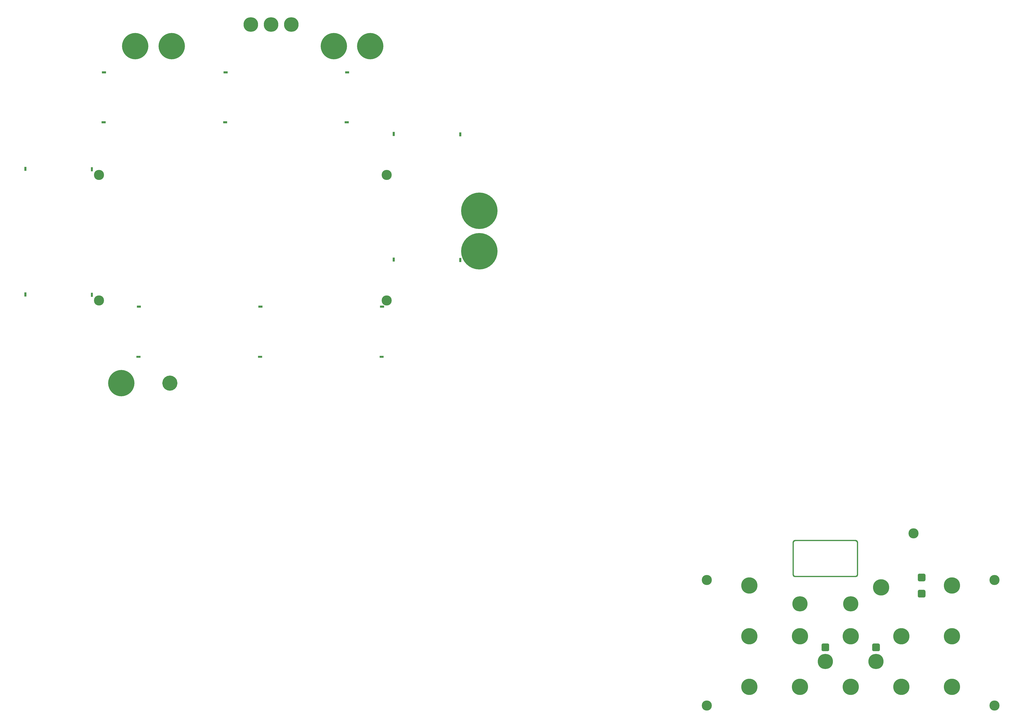
<source format=gbr>
%TF.GenerationSoftware,KiCad,Pcbnew,9.0.6-9.0.6~ubuntu24.04.1*%
%TF.CreationDate,2025-11-16T17:23:56+08:00*%
%TF.ProjectId,ksoloti_gills_panel,6b736f6c-6f74-4695-9f67-696c6c735f70,v0.6*%
%TF.SameCoordinates,Original*%
%TF.FileFunction,Soldermask,Top*%
%TF.FilePolarity,Negative*%
%FSLAX46Y46*%
G04 Gerber Fmt 4.6, Leading zero omitted, Abs format (unit mm)*
G04 Created by KiCad (PCBNEW 9.0.6-9.0.6~ubuntu24.04.1) date 2025-11-16 17:23:56*
%MOMM*%
%LPD*%
G01*
G04 APERTURE LIST*
%ADD10C,3.750000*%
%ADD11C,5.000000*%
%ADD12C,13.000000*%
%ADD13C,7.200000*%
%ADD14C,18.000000*%
%ADD15C,7.500000*%
%ADD16C,8.000000*%
G04 APERTURE END LIST*
G36*
X156797800Y223742000D02*
G01*
X157797800Y223742000D01*
X157797800Y221742000D01*
X156797800Y221742000D01*
X156797800Y223742000D01*
G37*
G36*
X-57802200Y206742000D02*
G01*
X-56802200Y206742000D01*
X-56802200Y204742000D01*
X-57802200Y204742000D01*
X-57802200Y206742000D01*
G37*
G36*
X156797800Y161742000D02*
G01*
X157797800Y161742000D01*
X157797800Y159742000D01*
X156797800Y159742000D01*
X156797800Y161742000D01*
G37*
G36*
X-2302200Y138242000D02*
G01*
X-302200Y138242000D01*
X-302200Y137242000D01*
X-2302200Y137242000D01*
X-2302200Y138242000D01*
G37*
G36*
X123997800Y161942000D02*
G01*
X124997800Y161942000D01*
X124997800Y159942000D01*
X123997800Y159942000D01*
X123997800Y161942000D01*
G37*
G36*
X117497800Y113442000D02*
G01*
X119497800Y113442000D01*
X119497800Y112442000D01*
X117497800Y112442000D01*
X117497800Y113442000D01*
G37*
G36*
X-19702200Y229242000D02*
G01*
X-17702200Y229242000D01*
X-17702200Y228242000D01*
X-19702200Y228242000D01*
X-19702200Y229242000D01*
G37*
G36*
X117697800Y138242000D02*
G01*
X119697800Y138242000D01*
X119697800Y137242000D01*
X117697800Y137242000D01*
X117697800Y138242000D01*
G37*
G36*
X100497800Y253842000D02*
G01*
X102497800Y253842000D01*
X102497800Y252842000D01*
X100497800Y252842000D01*
X100497800Y253842000D01*
G37*
G36*
X-57802200Y144742000D02*
G01*
X-56802200Y144742000D01*
X-56802200Y142742000D01*
X-57802200Y142742000D01*
X-57802200Y144742000D01*
G37*
G36*
X-25002200Y144542000D02*
G01*
X-24002200Y144542000D01*
X-24002200Y142542000D01*
X-25002200Y142542000D01*
X-25002200Y144542000D01*
G37*
G36*
X123997800Y223942000D02*
G01*
X124997800Y223942000D01*
X124997800Y221942000D01*
X123997800Y221942000D01*
X123997800Y223942000D01*
G37*
G36*
X100297800Y229242000D02*
G01*
X102297800Y229242000D01*
X102297800Y228242000D01*
X100297800Y228242000D01*
X100297800Y229242000D01*
G37*
G36*
X40497800Y253842000D02*
G01*
X42497800Y253842000D01*
X42497800Y252842000D01*
X40497800Y252842000D01*
X40497800Y253842000D01*
G37*
G36*
X-2502200Y113442000D02*
G01*
X-502200Y113442000D01*
X-502200Y112442000D01*
X-2502200Y112442000D01*
X-2502200Y113442000D01*
G37*
G36*
X57697800Y138242000D02*
G01*
X59697800Y138242000D01*
X59697800Y137242000D01*
X57697800Y137242000D01*
X57697800Y138242000D01*
G37*
G36*
X40297800Y229242000D02*
G01*
X42297800Y229242000D01*
X42297800Y228242000D01*
X40297800Y228242000D01*
X40297800Y229242000D01*
G37*
D10*
X15872800Y99942000D02*
G75*
G02*
X12122800Y99942000I-1875000J0D01*
G01*
X12122800Y99942000D02*
G75*
G02*
X15872800Y99942000I1875000J0D01*
G01*
G36*
X-25002200Y206542000D02*
G01*
X-24002200Y206542000D01*
X-24002200Y204542000D01*
X-25002200Y204542000D01*
X-25002200Y206542000D01*
G37*
G36*
X57497800Y113442000D02*
G01*
X59497800Y113442000D01*
X59497800Y112442000D01*
X57497800Y112442000D01*
X57497800Y113442000D01*
G37*
G36*
X-19502200Y253842000D02*
G01*
X-17502200Y253842000D01*
X-17502200Y252842000D01*
X-19502200Y252842000D01*
X-19502200Y253842000D01*
G37*
D11*
%TO.C,*%
X-21002200Y202742000D03*
%TD*%
%TO.C,*%
X120997800Y202742000D03*
%TD*%
%TO.C,*%
X-21002200Y140742000D03*
%TD*%
%TO.C,*%
X120997800Y140742000D03*
%TD*%
D12*
%TO.C,REF\u002A\u002A*%
X-3088011Y266342000D03*
%TD*%
%TO.C,REF\u002A\u002A*%
X112911989Y266342000D03*
%TD*%
%TO.C,REF\u002A\u002A*%
X-10002200Y99942000D03*
%TD*%
D13*
%TO.C,REF\u002A\u002A*%
X53911989Y276992000D03*
%TD*%
D14*
%TO.C,REF\u002A\u002A*%
X166697800Y185042000D03*
%TD*%
D13*
%TO.C,REF\u002A\u002A*%
X73911989Y276992000D03*
%TD*%
D14*
%TO.C,REF\u002A\u002A*%
X166697800Y165042000D03*
%TD*%
D12*
%TO.C,REF\u002A\u002A*%
X94911989Y266342000D03*
%TD*%
D13*
%TO.C,REF\u002A\u002A*%
X63911989Y276992000D03*
%TD*%
D12*
%TO.C,REF\u002A\u002A*%
X14911989Y266342000D03*
%TD*%
D15*
%TO.C,REF\u002A\u002A*%
X362500000Y-37500000D03*
%TD*%
D16*
%TO.C,REF\u002A\u002A*%
X300000000Y0D03*
%TD*%
%TO.C,REF\u002A\u002A*%
X325000000Y-50000000D03*
%TD*%
D11*
%TO.C,MH8*%
X380997800Y25742000D03*
%TD*%
D16*
%TO.C,REF\u002A\u002A*%
X365000000Y-900000D03*
%TD*%
%TO.C,REF\u002A\u002A*%
X400000000Y-50000000D03*
%TD*%
%TO.C,REF\u002A\u002A*%
X375000000Y-25000000D03*
%TD*%
%TO.C,REF\u002A\u002A*%
X350000000Y-25000000D03*
%TD*%
%TO.C,REF\u002A\u002A*%
X300000000Y-50000000D03*
%TD*%
%TO.C,REF\u002A\u002A*%
X325000000Y-25000000D03*
%TD*%
D15*
%TO.C,REF\u002A\u002A*%
X350000000Y-9000000D03*
%TD*%
D16*
%TO.C,REF\u002A\u002A*%
X400000000Y-25000000D03*
%TD*%
D11*
%TO.C,MH6*%
X278997800Y-59258000D03*
%TD*%
D15*
%TO.C,REF\u002A\u002A*%
X325000000Y-9000000D03*
%TD*%
D16*
%TO.C,REF\u002A\u002A*%
X350000000Y-50000000D03*
%TD*%
D11*
%TO.C,MH7*%
X420997800Y-59258000D03*
%TD*%
%TO.C,MH8*%
X420997800Y2742000D03*
%TD*%
D16*
%TO.C,REF\u002A\u002A*%
X375000000Y-50000000D03*
%TD*%
D15*
%TO.C,REF\u002A\u002A*%
X337500000Y-37500000D03*
%TD*%
D16*
%TO.C,REF\u002A\u002A*%
X400000000Y0D03*
%TD*%
%TO.C,REF\u002A\u002A*%
X300000000Y-25000000D03*
%TD*%
D11*
%TO.C,MH5*%
X278997800Y2742000D03*
%TD*%
G36*
X352373275Y22549521D02*
G01*
X352587771Y22530755D01*
X352609400Y22526941D01*
X352812039Y22472645D01*
X352832678Y22465133D01*
X353022810Y22376473D01*
X353041831Y22365491D01*
X353213681Y22245160D01*
X353230505Y22231042D01*
X353378841Y22082706D01*
X353392959Y22065882D01*
X353513290Y21894032D01*
X353524272Y21875011D01*
X353612932Y21684879D01*
X353620444Y21664240D01*
X353674740Y21461601D01*
X353678553Y21439972D01*
X353697320Y21225475D01*
X353697800Y21214493D01*
X353697800Y5485508D01*
X353697320Y5474526D01*
X353678553Y5260029D01*
X353674740Y5238400D01*
X353620444Y5035761D01*
X353612932Y5015122D01*
X353524272Y4824990D01*
X353513290Y4805969D01*
X353392959Y4634119D01*
X353378841Y4617295D01*
X353230505Y4468959D01*
X353213681Y4454841D01*
X353041831Y4334510D01*
X353022810Y4323528D01*
X352832678Y4234868D01*
X352812039Y4227356D01*
X352609400Y4173060D01*
X352587771Y4169247D01*
X352373275Y4150480D01*
X352362293Y4150000D01*
X322633307Y4150000D01*
X322622325Y4150480D01*
X322407828Y4169247D01*
X322386199Y4173060D01*
X322183560Y4227356D01*
X322162921Y4234868D01*
X321972789Y4323528D01*
X321953768Y4334510D01*
X321781918Y4454841D01*
X321765094Y4468959D01*
X321616758Y4617295D01*
X321602640Y4634119D01*
X321482309Y4805969D01*
X321471327Y4824990D01*
X321382667Y5015122D01*
X321375155Y5035761D01*
X321320859Y5238400D01*
X321317045Y5260029D01*
X321298279Y5474526D01*
X321297800Y5485508D01*
X321297800Y20952020D01*
X321897800Y20952020D01*
X321897800Y5751996D01*
X321900209Y5653747D01*
X321900210Y5653738D01*
X321938547Y5461011D01*
X321938548Y5461010D01*
X322013747Y5279464D01*
X322122922Y5116068D01*
X322261872Y4977116D01*
X322425265Y4867936D01*
X322511906Y4832045D01*
X322520034Y4828335D01*
X322520879Y4827913D01*
X322525428Y4826444D01*
X322606809Y4792732D01*
X322606814Y4792731D01*
X322799537Y4754389D01*
X322799544Y4754388D01*
X322846794Y4753240D01*
X322846844Y4753238D01*
X322883142Y4752356D01*
X322883220Y4752355D01*
X322897810Y4752000D01*
X352097799Y4752000D01*
X352111514Y4752314D01*
X352111592Y4752315D01*
X352196069Y4754246D01*
X352260930Y4767145D01*
X352260938Y4767148D01*
X352296321Y4774183D01*
X352296357Y4774191D01*
X352388837Y4792582D01*
X352388845Y4792584D01*
X352466328Y4824677D01*
X352493833Y4832554D01*
X352495437Y4832822D01*
X352507836Y4841868D01*
X352570428Y4867792D01*
X352651727Y4922110D01*
X352652366Y4922534D01*
X352661902Y4928823D01*
X352662468Y4929287D01*
X352733853Y4976981D01*
X352733854Y4976982D01*
X352872835Y5115957D01*
X352872836Y5115958D01*
X352933470Y5206697D01*
X352933476Y5206708D01*
X352982035Y5279377D01*
X352982036Y5279379D01*
X353057254Y5460961D01*
X353057255Y5460965D01*
X353076436Y5557379D01*
X353087219Y5611592D01*
X353087220Y5611603D01*
X353095600Y5653727D01*
X353096650Y5700686D01*
X353096654Y5700764D01*
X353097468Y5737128D01*
X353097467Y5737134D01*
X353097800Y5751987D01*
X353097800Y20952011D01*
X353097455Y20967143D01*
X353097455Y20967148D01*
X353096638Y21003003D01*
X353096636Y21003072D01*
X353095561Y21050268D01*
X353057233Y21243042D01*
X353021346Y21329693D01*
X353018223Y21338060D01*
X353010551Y21361075D01*
X353005932Y21366912D01*
X352982029Y21424628D01*
X352982024Y21424636D01*
X352927643Y21506026D01*
X352927438Y21506333D01*
X352923461Y21512323D01*
X352923235Y21512621D01*
X352872833Y21588055D01*
X352803351Y21657537D01*
X352803353Y21657540D01*
X352803328Y21657560D01*
X352801363Y21659526D01*
X352801317Y21659570D01*
X352733856Y21727030D01*
X352733857Y21727030D01*
X352570438Y21836212D01*
X352570430Y21836216D01*
X352477667Y21874632D01*
X352477665Y21874633D01*
X352388843Y21911417D01*
X352388844Y21911417D01*
X352292467Y21930577D01*
X352292464Y21930577D01*
X352245788Y21939857D01*
X352245788Y21939858D01*
X352245778Y21939859D01*
X352196072Y21949739D01*
X352196075Y21949739D01*
X352097785Y21952000D01*
X322897789Y21952000D01*
X322883240Y21951669D01*
X322883241Y21951668D01*
X322883163Y21951666D01*
X322882802Y21951658D01*
X322870385Y21951376D01*
X322870386Y21951375D01*
X322799524Y21949757D01*
X322747450Y21939401D01*
X322747449Y21939402D01*
X322747444Y21939400D01*
X322606760Y21911424D01*
X322606746Y21911420D01*
X322527448Y21878578D01*
X322527425Y21878567D01*
X322425167Y21836216D01*
X322261737Y21727023D01*
X322209969Y21675258D01*
X322209968Y21675259D01*
X322192244Y21657534D01*
X322192243Y21657532D01*
X322122759Y21588051D01*
X322013559Y21424625D01*
X321971205Y21322381D01*
X321971201Y21322365D01*
X321938345Y21243048D01*
X321938343Y21243041D01*
X321899999Y21050271D01*
X321899999Y21050270D01*
X321897800Y20952020D01*
X321297800Y20952020D01*
X321297800Y21214493D01*
X321298279Y21225475D01*
X321317045Y21439972D01*
X321320859Y21461601D01*
X321375155Y21664240D01*
X321382667Y21684879D01*
X321471327Y21875011D01*
X321482309Y21894032D01*
X321602640Y22065882D01*
X321616758Y22082706D01*
X321765094Y22231042D01*
X321781918Y22245160D01*
X321953768Y22365491D01*
X321972789Y22376473D01*
X322162921Y22465133D01*
X322183560Y22472645D01*
X322386199Y22526941D01*
X322407828Y22530755D01*
X322622325Y22549521D01*
X322633307Y22550000D01*
X352362293Y22550000D01*
X352373275Y22549521D01*
G37*
G36*
X386107028Y5904208D02*
G01*
X386263911Y5886532D01*
X386291419Y5880253D01*
X386433706Y5830465D01*
X386459127Y5818223D01*
X386586772Y5738018D01*
X386608831Y5720426D01*
X386715425Y5613832D01*
X386733017Y5591773D01*
X386813222Y5464128D01*
X386825464Y5438707D01*
X386875252Y5296420D01*
X386881531Y5268913D01*
X386899208Y5112030D01*
X386900000Y5097922D01*
X386900000Y2912079D01*
X386899208Y2897971D01*
X386881531Y2741088D01*
X386875252Y2713581D01*
X386825464Y2571294D01*
X386813222Y2545873D01*
X386733017Y2418228D01*
X386715425Y2396169D01*
X386608831Y2289575D01*
X386586772Y2271983D01*
X386459127Y2191778D01*
X386433706Y2179536D01*
X386291419Y2129748D01*
X386263912Y2123469D01*
X386107029Y2105792D01*
X386092921Y2105000D01*
X383907079Y2105000D01*
X383892971Y2105792D01*
X383736087Y2123469D01*
X383708580Y2129748D01*
X383566293Y2179536D01*
X383540872Y2191778D01*
X383413227Y2271983D01*
X383391168Y2289575D01*
X383284574Y2396169D01*
X383266982Y2418228D01*
X383186777Y2545873D01*
X383174535Y2571294D01*
X383124747Y2713581D01*
X383118468Y2741089D01*
X383100792Y2897972D01*
X383100000Y2912079D01*
X383100000Y5097922D01*
X383100792Y5112029D01*
X383118468Y5268912D01*
X383124747Y5296420D01*
X383174535Y5438707D01*
X383186777Y5464128D01*
X383266982Y5591773D01*
X383284574Y5613832D01*
X383391168Y5720426D01*
X383413227Y5738018D01*
X383540872Y5818223D01*
X383566293Y5830465D01*
X383708580Y5880253D01*
X383736088Y5886532D01*
X383892972Y5904208D01*
X383907079Y5905000D01*
X386092921Y5905000D01*
X386107028Y5904208D01*
G37*
G36*
X338607028Y-28600792D02*
G01*
X338763911Y-28618468D01*
X338791419Y-28624747D01*
X338933706Y-28674535D01*
X338959127Y-28686777D01*
X339086772Y-28766982D01*
X339108831Y-28784574D01*
X339215425Y-28891168D01*
X339233017Y-28913227D01*
X339313222Y-29040872D01*
X339325464Y-29066293D01*
X339375252Y-29208580D01*
X339381531Y-29236087D01*
X339399208Y-29392970D01*
X339400000Y-29407078D01*
X339400000Y-31592921D01*
X339399208Y-31607029D01*
X339381531Y-31763912D01*
X339375252Y-31791419D01*
X339325464Y-31933706D01*
X339313222Y-31959127D01*
X339233017Y-32086772D01*
X339215425Y-32108831D01*
X339108831Y-32215425D01*
X339086772Y-32233017D01*
X338959127Y-32313222D01*
X338933706Y-32325464D01*
X338791419Y-32375252D01*
X338763912Y-32381531D01*
X338607029Y-32399208D01*
X338592921Y-32400000D01*
X336407079Y-32400000D01*
X336392971Y-32399208D01*
X336236087Y-32381531D01*
X336208580Y-32375252D01*
X336066293Y-32325464D01*
X336040872Y-32313222D01*
X335913227Y-32233017D01*
X335891168Y-32215425D01*
X335784574Y-32108831D01*
X335766982Y-32086772D01*
X335686777Y-31959127D01*
X335674535Y-31933706D01*
X335624747Y-31791419D01*
X335618468Y-31763911D01*
X335600792Y-31607028D01*
X335600000Y-31592921D01*
X335600000Y-29407078D01*
X335600792Y-29392971D01*
X335618468Y-29236088D01*
X335624747Y-29208580D01*
X335674535Y-29066293D01*
X335686777Y-29040872D01*
X335766982Y-28913227D01*
X335784574Y-28891168D01*
X335891168Y-28784574D01*
X335913227Y-28766982D01*
X336040872Y-28686777D01*
X336066293Y-28674535D01*
X336208580Y-28624747D01*
X336236088Y-28618468D01*
X336392972Y-28600792D01*
X336407079Y-28600000D01*
X338592921Y-28600000D01*
X338607028Y-28600792D01*
G37*
G36*
X363607028Y-28600792D02*
G01*
X363763911Y-28618468D01*
X363791419Y-28624747D01*
X363933706Y-28674535D01*
X363959127Y-28686777D01*
X364086772Y-28766982D01*
X364108831Y-28784574D01*
X364215425Y-28891168D01*
X364233017Y-28913227D01*
X364313222Y-29040872D01*
X364325464Y-29066293D01*
X364375252Y-29208580D01*
X364381531Y-29236087D01*
X364399208Y-29392970D01*
X364400000Y-29407078D01*
X364400000Y-31592921D01*
X364399208Y-31607029D01*
X364381531Y-31763912D01*
X364375252Y-31791419D01*
X364325464Y-31933706D01*
X364313222Y-31959127D01*
X364233017Y-32086772D01*
X364215425Y-32108831D01*
X364108831Y-32215425D01*
X364086772Y-32233017D01*
X363959127Y-32313222D01*
X363933706Y-32325464D01*
X363791419Y-32375252D01*
X363763912Y-32381531D01*
X363607029Y-32399208D01*
X363592921Y-32400000D01*
X361407079Y-32400000D01*
X361392971Y-32399208D01*
X361236087Y-32381531D01*
X361208580Y-32375252D01*
X361066293Y-32325464D01*
X361040872Y-32313222D01*
X360913227Y-32233017D01*
X360891168Y-32215425D01*
X360784574Y-32108831D01*
X360766982Y-32086772D01*
X360686777Y-31959127D01*
X360674535Y-31933706D01*
X360624747Y-31791419D01*
X360618468Y-31763911D01*
X360600792Y-31607028D01*
X360600000Y-31592921D01*
X360600000Y-29407078D01*
X360600792Y-29392971D01*
X360618468Y-29236088D01*
X360624747Y-29208580D01*
X360674535Y-29066293D01*
X360686777Y-29040872D01*
X360766982Y-28913227D01*
X360784574Y-28891168D01*
X360891168Y-28784574D01*
X360913227Y-28766982D01*
X361040872Y-28686777D01*
X361066293Y-28674535D01*
X361208580Y-28624747D01*
X361236088Y-28618468D01*
X361392972Y-28600792D01*
X361407079Y-28600000D01*
X363592921Y-28600000D01*
X363607028Y-28600792D01*
G37*
G36*
X386107028Y-2095792D02*
G01*
X386263911Y-2113468D01*
X386291419Y-2119747D01*
X386433706Y-2169535D01*
X386459127Y-2181777D01*
X386586772Y-2261982D01*
X386608831Y-2279574D01*
X386715425Y-2386168D01*
X386733017Y-2408227D01*
X386813222Y-2535872D01*
X386825464Y-2561293D01*
X386875252Y-2703580D01*
X386881531Y-2731087D01*
X386899208Y-2887970D01*
X386900000Y-2902078D01*
X386900000Y-5087921D01*
X386899208Y-5102029D01*
X386881531Y-5258912D01*
X386875252Y-5286419D01*
X386825464Y-5428706D01*
X386813222Y-5454127D01*
X386733017Y-5581772D01*
X386715425Y-5603831D01*
X386608831Y-5710425D01*
X386586772Y-5728017D01*
X386459127Y-5808222D01*
X386433706Y-5820464D01*
X386291419Y-5870252D01*
X386263912Y-5876531D01*
X386107029Y-5894208D01*
X386092921Y-5895000D01*
X383907079Y-5895000D01*
X383892971Y-5894208D01*
X383736087Y-5876531D01*
X383708580Y-5870252D01*
X383566293Y-5820464D01*
X383540872Y-5808222D01*
X383413227Y-5728017D01*
X383391168Y-5710425D01*
X383284574Y-5603831D01*
X383266982Y-5581772D01*
X383186777Y-5454127D01*
X383174535Y-5428706D01*
X383124747Y-5286419D01*
X383118468Y-5258911D01*
X383100792Y-5102028D01*
X383100000Y-5087921D01*
X383100000Y-2902078D01*
X383100792Y-2887971D01*
X383118468Y-2731088D01*
X383124747Y-2703580D01*
X383174535Y-2561293D01*
X383186777Y-2535872D01*
X383266982Y-2408227D01*
X383284574Y-2386168D01*
X383391168Y-2279574D01*
X383413227Y-2261982D01*
X383540872Y-2181777D01*
X383566293Y-2169535D01*
X383708580Y-2119747D01*
X383736088Y-2113468D01*
X383892972Y-2095792D01*
X383907079Y-2095000D01*
X386092921Y-2095000D01*
X386107028Y-2095792D01*
G37*
M02*

</source>
